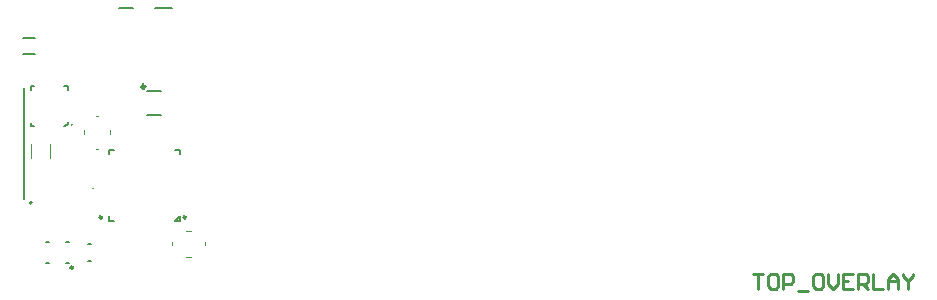
<source format=gto>
G04*
G04 #@! TF.GenerationSoftware,Altium Limited,Altium Designer,19.0.10 (269)*
G04*
G04 Layer_Color=65535*
%FSLAX24Y24*%
%MOIN*%
G70*
G01*
G75*
%ADD10C,0.0100*%
%ADD11C,0.0079*%
%ADD12C,0.0118*%
%ADD13C,0.0039*%
%ADD14C,0.0040*%
%ADD15C,0.0050*%
%ADD16C,0.0059*%
%ADD17C,0.0004*%
%ADD18R,0.0069X0.3770*%
D10*
X2362Y433D02*
G03*
X2362Y433I-39J0D01*
G01*
X6132Y2116D02*
G03*
X6132Y2116I-39J0D01*
G01*
X3327Y2106D02*
G03*
X3327Y2106I-39J0D01*
G01*
X25039Y224D02*
X25373D01*
X25206D01*
Y-276D01*
X25789Y224D02*
X25623D01*
X25539Y141D01*
Y-192D01*
X25623Y-276D01*
X25789D01*
X25872Y-192D01*
Y141D01*
X25789Y224D01*
X26039Y-276D02*
Y224D01*
X26289D01*
X26372Y141D01*
Y-26D01*
X26289Y-109D01*
X26039D01*
X26539Y-359D02*
X26872D01*
X27289Y224D02*
X27122D01*
X27039Y141D01*
Y-192D01*
X27122Y-276D01*
X27289D01*
X27372Y-192D01*
Y141D01*
X27289Y224D01*
X27539D02*
Y-109D01*
X27705Y-276D01*
X27872Y-109D01*
Y224D01*
X28372D02*
X28038D01*
Y-276D01*
X28372D01*
X28038Y-26D02*
X28205D01*
X28538Y-276D02*
Y224D01*
X28788D01*
X28871Y141D01*
Y-26D01*
X28788Y-109D01*
X28538D01*
X28705D02*
X28871Y-276D01*
X29038Y224D02*
Y-276D01*
X29371D01*
X29538D02*
Y58D01*
X29705Y224D01*
X29871Y58D01*
Y-276D01*
Y-26D01*
X29538D01*
X30038Y224D02*
Y141D01*
X30204Y-26D01*
X30371Y141D01*
Y224D01*
X30204Y-26D02*
Y-276D01*
D11*
X999Y2598D02*
G03*
X999Y2598I-39J0D01*
G01*
X3043Y3071D02*
G03*
X3043Y3071I-11J0D01*
G01*
X2333Y5197D02*
G03*
X2333Y5197I-20J0D01*
G01*
X2126Y591D02*
X2244D01*
X1457D02*
X1575D01*
X2126Y1299D02*
X2244D01*
X1457D02*
X1575D01*
X5778Y1998D02*
X5935Y2156D01*
X5778Y4360D02*
X5935D01*
Y4203D02*
Y4360D01*
X3573D02*
X3730D01*
X3573Y4203D02*
Y4360D01*
Y1998D02*
Y2156D01*
Y1998D02*
X3730D01*
X5935D02*
Y2156D01*
X5778Y1998D02*
X5935D01*
X2884Y659D02*
X2963D01*
X2884Y1211D02*
X2963D01*
X719Y8100D02*
X1112D01*
X719Y7549D02*
X1112D01*
D12*
X4770Y6467D02*
G03*
X4770Y6467I-56J0D01*
G01*
D13*
X1845Y7426D02*
G03*
X1845Y7426I-20J0D01*
G01*
D14*
X1604Y4085D02*
Y4557D01*
X974Y4085D02*
Y4557D01*
X6762Y1191D02*
Y1270D01*
X5659Y1191D02*
Y1270D01*
X6132Y797D02*
X6289D01*
X6132Y1663D02*
X6289D01*
X2746Y4872D02*
Y5030D01*
X3612Y4872D02*
Y5030D01*
X3140Y4400D02*
X3219D01*
X3140Y5502D02*
X3219D01*
D15*
X3904Y9093D02*
X4354D01*
X5104D02*
X5654D01*
X5217Y6309D02*
X5315D01*
X4823D02*
X5217D01*
X4823Y5522D02*
X5315D01*
D16*
X2106Y5144D02*
X2195Y5233D01*
X2085Y6470D02*
X2195D01*
Y6357D02*
Y6470D01*
X974D02*
X1085D01*
X974Y6357D02*
Y6470D01*
Y5144D02*
X1085D01*
X974D02*
Y5257D01*
X2057Y5144D02*
X2106D01*
X2195Y5233D02*
Y5276D01*
D17*
X2085Y6470D02*
X2195D01*
X2085D02*
X2195D01*
X974D02*
X1085D01*
D18*
X723Y4542D02*
D03*
M02*

</source>
